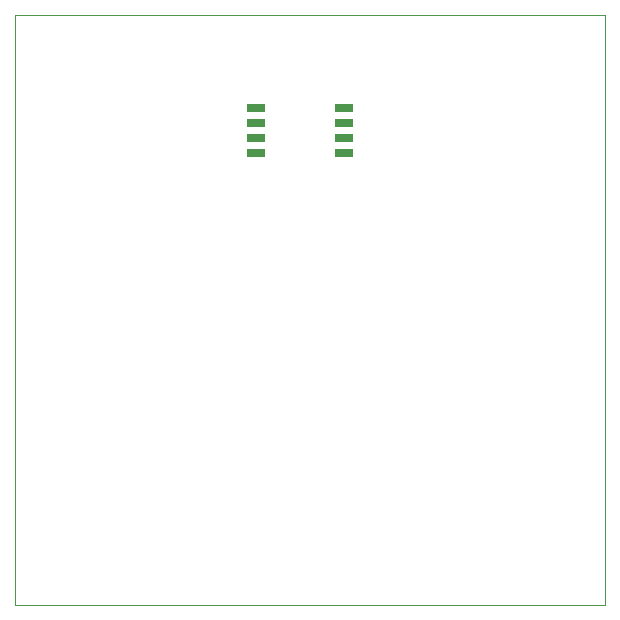
<source format=gtp>
G75*
%MOIN*%
%OFA0B0*%
%FSLAX25Y25*%
%IPPOS*%
%LPD*%
%AMOC8*
5,1,8,0,0,1.08239X$1,22.5*
%
%ADD10C,0.00000*%
%ADD11R,0.06000X0.03000*%
D10*
X0001000Y0001000D02*
X0001000Y0197850D01*
X0197850Y0197850D01*
X0197850Y0001000D01*
X0001000Y0001000D01*
D11*
X0081500Y0151650D03*
X0081500Y0156650D03*
X0081500Y0161650D03*
X0081500Y0166650D03*
X0110673Y0166650D03*
X0110673Y0161650D03*
X0110673Y0156650D03*
X0110673Y0151650D03*
M02*

</source>
